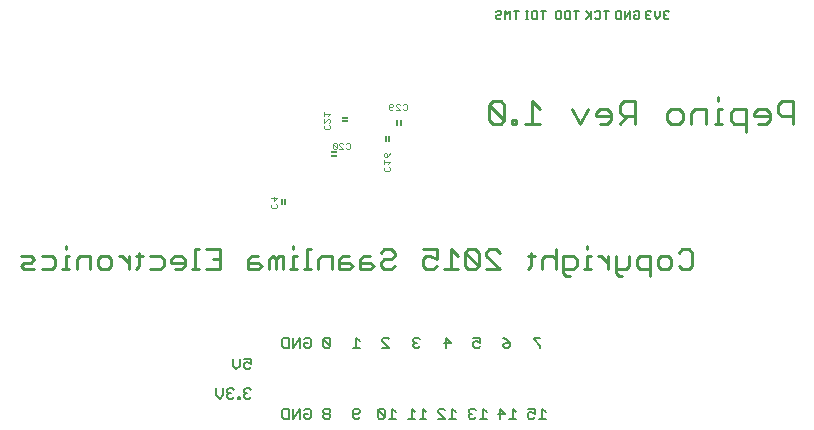
<source format=gbo>
G75*
G70*
%OFA0B0*%
%FSLAX24Y24*%
%IPPOS*%
%LPD*%
%AMOC8*
5,1,8,0,0,1.08239X$1,22.5*
%
%ADD10C,0.0050*%
%ADD11C,0.0090*%
%ADD12C,0.0040*%
%ADD13C,0.0100*%
%ADD14C,0.0060*%
%ADD15R,0.0080X0.0240*%
%ADD16R,0.0240X0.0080*%
D10*
X019788Y015503D02*
X019833Y015458D01*
X019923Y015458D01*
X019968Y015503D01*
X019923Y015593D02*
X019833Y015593D01*
X019788Y015548D01*
X019788Y015503D01*
X019923Y015593D02*
X019968Y015638D01*
X019968Y015683D01*
X019923Y015728D01*
X019833Y015728D01*
X019788Y015683D01*
X020083Y015728D02*
X020083Y015458D01*
X020263Y015458D02*
X020263Y015728D01*
X020173Y015638D01*
X020083Y015728D01*
X020377Y015728D02*
X020558Y015728D01*
X020468Y015728D02*
X020468Y015458D01*
X020780Y015458D02*
X020870Y015458D01*
X020825Y015458D02*
X020825Y015728D01*
X020870Y015728D02*
X020780Y015728D01*
X020985Y015683D02*
X021030Y015728D01*
X021165Y015728D01*
X021165Y015458D01*
X021030Y015458D01*
X020985Y015503D01*
X020985Y015683D01*
X021279Y015728D02*
X021459Y015728D01*
X021369Y015728D02*
X021369Y015458D01*
X021788Y015503D02*
X021788Y015683D01*
X021833Y015728D01*
X021923Y015728D01*
X021968Y015683D01*
X021968Y015503D01*
X021923Y015458D01*
X021833Y015458D01*
X021788Y015503D01*
X022083Y015503D02*
X022083Y015683D01*
X022128Y015728D01*
X022263Y015728D01*
X022263Y015458D01*
X022128Y015458D01*
X022083Y015503D01*
X022377Y015728D02*
X022558Y015728D01*
X022468Y015728D02*
X022468Y015458D01*
X022788Y015458D02*
X022923Y015593D01*
X022968Y015548D02*
X022788Y015728D01*
X022968Y015728D02*
X022968Y015458D01*
X023083Y015503D02*
X023128Y015458D01*
X023218Y015458D01*
X023263Y015503D01*
X023263Y015683D01*
X023218Y015728D01*
X023128Y015728D01*
X023083Y015683D01*
X023377Y015728D02*
X023558Y015728D01*
X023468Y015728D02*
X023468Y015458D01*
X023788Y015503D02*
X023788Y015683D01*
X023833Y015728D01*
X023968Y015728D01*
X023968Y015458D01*
X023833Y015458D01*
X023788Y015503D01*
X024083Y015458D02*
X024083Y015728D01*
X024263Y015728D02*
X024083Y015458D01*
X024263Y015458D02*
X024263Y015728D01*
X024377Y015683D02*
X024423Y015728D01*
X024513Y015728D01*
X024558Y015683D01*
X024558Y015503D01*
X024513Y015458D01*
X024423Y015458D01*
X024377Y015503D01*
X024377Y015593D01*
X024468Y015593D01*
X024788Y015548D02*
X024788Y015503D01*
X024833Y015458D01*
X024923Y015458D01*
X024968Y015503D01*
X025083Y015548D02*
X025083Y015728D01*
X024968Y015683D02*
X024923Y015728D01*
X024833Y015728D01*
X024788Y015683D01*
X024788Y015638D01*
X024833Y015593D01*
X024788Y015548D01*
X024833Y015593D02*
X024878Y015593D01*
X025083Y015548D02*
X025173Y015458D01*
X025263Y015548D01*
X025263Y015728D01*
X025377Y015683D02*
X025377Y015638D01*
X025423Y015593D01*
X025377Y015548D01*
X025377Y015503D01*
X025423Y015458D01*
X025513Y015458D01*
X025558Y015503D01*
X025468Y015593D02*
X025423Y015593D01*
X025377Y015683D02*
X025423Y015728D01*
X025513Y015728D01*
X025558Y015683D01*
D11*
X025990Y007783D02*
X026214Y007783D01*
X026325Y007671D01*
X026325Y007224D01*
X026214Y007112D01*
X025990Y007112D01*
X025878Y007224D01*
X025626Y007224D02*
X025626Y007447D01*
X025514Y007559D01*
X025290Y007559D01*
X025179Y007447D01*
X025179Y007224D01*
X025290Y007112D01*
X025514Y007112D01*
X025626Y007224D01*
X025878Y007671D02*
X025990Y007783D01*
X024926Y007559D02*
X024591Y007559D01*
X024479Y007447D01*
X024479Y007224D01*
X024591Y007112D01*
X024926Y007112D01*
X024926Y006889D02*
X024926Y007559D01*
X024226Y007559D02*
X024226Y007224D01*
X024114Y007112D01*
X023779Y007112D01*
X023779Y007000D02*
X023891Y006889D01*
X024003Y006889D01*
X023779Y007000D02*
X023779Y007559D01*
X023526Y007559D02*
X023526Y007112D01*
X023526Y007336D02*
X023303Y007559D01*
X023191Y007559D01*
X022943Y007559D02*
X022831Y007559D01*
X022831Y007112D01*
X022720Y007112D02*
X022943Y007112D01*
X022477Y007224D02*
X022477Y007447D01*
X022365Y007559D01*
X022030Y007559D01*
X022030Y007000D01*
X022141Y006889D01*
X022253Y006889D01*
X022365Y007112D02*
X022030Y007112D01*
X021777Y007112D02*
X021777Y007783D01*
X021665Y007559D02*
X021442Y007559D01*
X021330Y007447D01*
X021330Y007112D01*
X020965Y007224D02*
X020853Y007112D01*
X020965Y007224D02*
X020965Y007671D01*
X021077Y007559D02*
X020853Y007559D01*
X021665Y007559D02*
X021777Y007447D01*
X022365Y007112D02*
X022477Y007224D01*
X022831Y007783D02*
X022831Y007895D01*
X019911Y007671D02*
X019799Y007783D01*
X019575Y007783D01*
X019464Y007671D01*
X019464Y007559D01*
X019911Y007112D01*
X019464Y007112D01*
X019211Y007224D02*
X018764Y007671D01*
X018764Y007224D01*
X018876Y007112D01*
X019099Y007112D01*
X019211Y007224D01*
X019211Y007671D01*
X019099Y007783D01*
X018876Y007783D01*
X018764Y007671D01*
X018511Y007559D02*
X018288Y007783D01*
X018288Y007112D01*
X018511Y007112D02*
X018064Y007112D01*
X017811Y007224D02*
X017700Y007112D01*
X017476Y007112D01*
X017364Y007224D01*
X017364Y007447D01*
X017476Y007559D01*
X017588Y007559D01*
X017811Y007447D01*
X017811Y007783D01*
X017364Y007783D01*
X016412Y007671D02*
X016412Y007559D01*
X016300Y007447D01*
X016076Y007447D01*
X015965Y007336D01*
X015965Y007224D01*
X016076Y007112D01*
X016300Y007112D01*
X016412Y007224D01*
X016412Y007671D02*
X016300Y007783D01*
X016076Y007783D01*
X015965Y007671D01*
X015600Y007559D02*
X015377Y007559D01*
X015265Y007447D01*
X015265Y007112D01*
X015600Y007112D01*
X015712Y007224D01*
X015600Y007336D01*
X015265Y007336D01*
X015012Y007224D02*
X014900Y007336D01*
X014565Y007336D01*
X014565Y007447D02*
X014565Y007112D01*
X014900Y007112D01*
X015012Y007224D01*
X014677Y007559D02*
X014565Y007447D01*
X014677Y007559D02*
X014900Y007559D01*
X014312Y007559D02*
X014312Y007112D01*
X013865Y007112D02*
X013865Y007447D01*
X013977Y007559D01*
X014312Y007559D01*
X013612Y007783D02*
X013501Y007783D01*
X013501Y007112D01*
X013612Y007112D02*
X013389Y007112D01*
X013146Y007112D02*
X012922Y007112D01*
X013034Y007112D02*
X013034Y007559D01*
X013146Y007559D01*
X013034Y007783D02*
X013034Y007895D01*
X012679Y007559D02*
X012568Y007559D01*
X012456Y007447D01*
X012344Y007559D01*
X012232Y007447D01*
X012232Y007112D01*
X012456Y007112D02*
X012456Y007447D01*
X012679Y007559D02*
X012679Y007112D01*
X011980Y007224D02*
X011868Y007336D01*
X011533Y007336D01*
X011533Y007447D02*
X011533Y007112D01*
X011868Y007112D01*
X011980Y007224D01*
X011868Y007559D02*
X011644Y007559D01*
X011533Y007447D01*
X010580Y007447D02*
X010357Y007447D01*
X010580Y007112D02*
X010133Y007112D01*
X009880Y007112D02*
X009657Y007112D01*
X009768Y007112D02*
X009768Y007783D01*
X009880Y007783D01*
X010133Y007783D02*
X010580Y007783D01*
X010580Y007112D01*
X009414Y007224D02*
X009414Y007447D01*
X009302Y007559D01*
X009078Y007559D01*
X008967Y007447D01*
X008967Y007336D01*
X009414Y007336D01*
X009414Y007224D02*
X009302Y007112D01*
X009078Y007112D01*
X008714Y007224D02*
X008714Y007447D01*
X008602Y007559D01*
X008267Y007559D01*
X008014Y007559D02*
X007791Y007559D01*
X007902Y007671D02*
X007902Y007224D01*
X007791Y007112D01*
X007548Y007112D02*
X007548Y007559D01*
X007548Y007336D02*
X007324Y007559D01*
X007212Y007559D01*
X006964Y007447D02*
X006964Y007224D01*
X006853Y007112D01*
X006629Y007112D01*
X006517Y007224D01*
X006517Y007447D01*
X006629Y007559D01*
X006853Y007559D01*
X006964Y007447D01*
X006265Y007559D02*
X006265Y007112D01*
X005818Y007112D02*
X005818Y007447D01*
X005929Y007559D01*
X006265Y007559D01*
X005565Y007559D02*
X005453Y007559D01*
X005453Y007112D01*
X005565Y007112D02*
X005341Y007112D01*
X005098Y007224D02*
X005098Y007447D01*
X004987Y007559D01*
X004651Y007559D01*
X004398Y007447D02*
X004287Y007336D01*
X004063Y007336D01*
X003951Y007224D01*
X004063Y007112D01*
X004398Y007112D01*
X004651Y007112D02*
X004987Y007112D01*
X005098Y007224D01*
X004398Y007447D02*
X004287Y007559D01*
X003951Y007559D01*
X005453Y007783D02*
X005453Y007895D01*
X008267Y007112D02*
X008602Y007112D01*
X008714Y007224D01*
D12*
X012292Y009198D02*
X012292Y009265D01*
X012326Y009298D01*
X012292Y009198D02*
X012326Y009165D01*
X012459Y009165D01*
X012492Y009198D01*
X012492Y009265D01*
X012459Y009298D01*
X012392Y009386D02*
X012392Y009519D01*
X012292Y009486D02*
X012492Y009486D01*
X012392Y009386D01*
X014351Y011172D02*
X014385Y011139D01*
X014451Y011139D01*
X014485Y011172D01*
X014351Y011305D01*
X014351Y011172D01*
X014351Y011305D02*
X014385Y011339D01*
X014451Y011339D01*
X014485Y011305D01*
X014485Y011172D01*
X014572Y011139D02*
X014706Y011139D01*
X014572Y011272D01*
X014572Y011305D01*
X014606Y011339D01*
X014672Y011339D01*
X014706Y011305D01*
X014793Y011305D02*
X014827Y011339D01*
X014893Y011339D01*
X014927Y011305D01*
X014927Y011172D01*
X014893Y011139D01*
X014827Y011139D01*
X014793Y011172D01*
X014231Y011779D02*
X014097Y011779D01*
X014064Y011812D01*
X014064Y011879D01*
X014097Y011912D01*
X014064Y012000D02*
X014197Y012133D01*
X014231Y012133D01*
X014264Y012100D01*
X014264Y012033D01*
X014231Y012000D01*
X014231Y011912D02*
X014264Y011879D01*
X014264Y011812D01*
X014231Y011779D01*
X014064Y012000D02*
X014064Y012133D01*
X014064Y012221D02*
X014064Y012354D01*
X014064Y012287D02*
X014264Y012287D01*
X014197Y012221D01*
X016241Y012471D02*
X016241Y012605D01*
X016275Y012638D01*
X016341Y012638D01*
X016375Y012605D01*
X016375Y012571D01*
X016341Y012538D01*
X016241Y012538D01*
X016241Y012471D02*
X016275Y012438D01*
X016341Y012438D01*
X016375Y012471D01*
X016462Y012438D02*
X016596Y012438D01*
X016462Y012571D01*
X016462Y012605D01*
X016496Y012638D01*
X016562Y012638D01*
X016596Y012605D01*
X016683Y012605D02*
X016717Y012638D01*
X016783Y012638D01*
X016817Y012605D01*
X016817Y012471D01*
X016783Y012438D01*
X016717Y012438D01*
X016683Y012471D01*
X016272Y010976D02*
X016239Y010909D01*
X016172Y010843D01*
X016172Y010943D01*
X016138Y010976D01*
X016105Y010976D01*
X016072Y010943D01*
X016072Y010876D01*
X016105Y010843D01*
X016172Y010843D01*
X016072Y010755D02*
X016072Y010622D01*
X016072Y010688D02*
X016272Y010688D01*
X016205Y010622D01*
X016239Y010534D02*
X016272Y010501D01*
X016272Y010434D01*
X016239Y010401D01*
X016105Y010401D01*
X016072Y010434D01*
X016072Y010501D01*
X016105Y010534D01*
D13*
X019565Y012086D02*
X019691Y011960D01*
X019945Y011960D01*
X020072Y012086D01*
X019565Y012594D01*
X019565Y012086D01*
X020072Y012086D02*
X020072Y012594D01*
X019945Y012720D01*
X019691Y012720D01*
X019565Y012594D01*
X020341Y012086D02*
X020341Y011960D01*
X020468Y011960D01*
X020468Y012086D01*
X020341Y012086D01*
X020753Y011960D02*
X021260Y011960D01*
X021006Y011960D02*
X021006Y012720D01*
X021260Y012467D01*
X022336Y012467D02*
X022590Y011960D01*
X022843Y012467D01*
X023128Y012340D02*
X023128Y012213D01*
X023635Y012213D01*
X023635Y012086D02*
X023635Y012340D01*
X023508Y012467D01*
X023255Y012467D01*
X023128Y012340D01*
X023255Y011960D02*
X023508Y011960D01*
X023635Y012086D01*
X023920Y011960D02*
X024174Y012213D01*
X024047Y012213D02*
X024427Y012213D01*
X024427Y011960D02*
X024427Y012720D01*
X024047Y012720D01*
X023920Y012594D01*
X023920Y012340D01*
X024047Y012213D01*
X025504Y012086D02*
X025504Y012340D01*
X025631Y012467D01*
X025884Y012467D01*
X026011Y012340D01*
X026011Y012086D01*
X025884Y011960D01*
X025631Y011960D01*
X025504Y012086D01*
X026296Y011960D02*
X026296Y012340D01*
X026422Y012467D01*
X026803Y012467D01*
X026803Y011960D01*
X027077Y011960D02*
X027331Y011960D01*
X027204Y011960D02*
X027204Y012467D01*
X027331Y012467D01*
X027204Y012720D02*
X027204Y012847D01*
X027615Y012340D02*
X027742Y012467D01*
X028123Y012467D01*
X028123Y011706D01*
X028123Y011960D02*
X027742Y011960D01*
X027615Y012086D01*
X027615Y012340D01*
X028407Y012340D02*
X028407Y012213D01*
X028914Y012213D01*
X028914Y012086D02*
X028914Y012340D01*
X028788Y012467D01*
X028534Y012467D01*
X028407Y012340D01*
X028534Y011960D02*
X028788Y011960D01*
X028914Y012086D01*
X029199Y012340D02*
X029326Y012213D01*
X029706Y012213D01*
X029706Y011960D02*
X029706Y012720D01*
X029326Y012720D01*
X029199Y012594D01*
X029199Y012340D01*
D14*
X010582Y002806D02*
X010468Y002919D01*
X010468Y003146D01*
X010695Y003146D02*
X010695Y002919D01*
X010582Y002806D01*
X010837Y002863D02*
X010893Y002806D01*
X011007Y002806D01*
X011064Y002863D01*
X011191Y002863D02*
X011191Y002806D01*
X011248Y002806D01*
X011248Y002863D01*
X011191Y002863D01*
X011389Y002863D02*
X011446Y002806D01*
X011559Y002806D01*
X011616Y002863D01*
X011503Y002976D02*
X011446Y002976D01*
X011389Y002919D01*
X011389Y002863D01*
X011446Y002976D02*
X011389Y003033D01*
X011389Y003089D01*
X011446Y003146D01*
X011559Y003146D01*
X011616Y003089D01*
X011064Y003089D02*
X011007Y003146D01*
X010893Y003146D01*
X010837Y003089D01*
X010837Y003033D01*
X010893Y002976D01*
X010837Y002919D01*
X010837Y002863D01*
X010893Y002976D02*
X010950Y002976D01*
X011134Y003790D02*
X011021Y003904D01*
X011021Y004130D01*
X011248Y004130D02*
X011248Y003904D01*
X011134Y003790D01*
X011389Y003847D02*
X011389Y003960D01*
X011446Y004017D01*
X011503Y004017D01*
X011616Y003960D01*
X011616Y004130D01*
X011389Y004130D01*
X011389Y003847D02*
X011446Y003790D01*
X011559Y003790D01*
X011616Y003847D01*
X012663Y004549D02*
X012663Y004776D01*
X012720Y004833D01*
X012890Y004833D01*
X012890Y004492D01*
X012720Y004492D01*
X012663Y004549D01*
X013031Y004492D02*
X013031Y004833D01*
X013258Y004833D02*
X013031Y004492D01*
X013258Y004492D02*
X013258Y004833D01*
X013400Y004776D02*
X013456Y004833D01*
X013570Y004833D01*
X013627Y004776D01*
X013627Y004549D01*
X013570Y004492D01*
X013456Y004492D01*
X013400Y004549D01*
X013400Y004663D01*
X013513Y004663D01*
X014041Y004776D02*
X014268Y004549D01*
X014211Y004492D01*
X014098Y004492D01*
X014041Y004549D01*
X014041Y004776D01*
X014098Y004833D01*
X014211Y004833D01*
X014268Y004776D01*
X014268Y004549D01*
X015025Y004492D02*
X015252Y004492D01*
X015139Y004492D02*
X015139Y004833D01*
X015252Y004719D01*
X016009Y004719D02*
X016236Y004492D01*
X016009Y004492D01*
X016009Y004719D02*
X016009Y004776D01*
X016066Y004833D01*
X016180Y004833D01*
X016236Y004776D01*
X017033Y004776D02*
X017033Y004719D01*
X017090Y004663D01*
X017033Y004606D01*
X017033Y004549D01*
X017090Y004492D01*
X017203Y004492D01*
X017260Y004549D01*
X017147Y004663D02*
X017090Y004663D01*
X017033Y004776D02*
X017090Y004833D01*
X017203Y004833D01*
X017260Y004776D01*
X018057Y004663D02*
X018284Y004663D01*
X018113Y004833D01*
X018113Y004492D01*
X019041Y004549D02*
X019098Y004492D01*
X019211Y004492D01*
X019268Y004549D01*
X019268Y004663D02*
X019154Y004719D01*
X019098Y004719D01*
X019041Y004663D01*
X019041Y004549D01*
X019268Y004663D02*
X019268Y004833D01*
X019041Y004833D01*
X020025Y004833D02*
X020139Y004776D01*
X020252Y004663D01*
X020082Y004663D01*
X020025Y004606D01*
X020025Y004549D01*
X020082Y004492D01*
X020195Y004492D01*
X020252Y004549D01*
X020252Y004663D01*
X021049Y004776D02*
X021276Y004549D01*
X021276Y004492D01*
X021276Y004833D02*
X021049Y004833D01*
X021049Y004776D01*
X021079Y002471D02*
X021079Y002300D01*
X020965Y002357D01*
X020909Y002357D01*
X020852Y002300D01*
X020852Y002187D01*
X020909Y002130D01*
X021022Y002130D01*
X021079Y002187D01*
X021220Y002130D02*
X021447Y002130D01*
X021334Y002130D02*
X021334Y002471D01*
X021447Y002357D01*
X021079Y002471D02*
X020852Y002471D01*
X020463Y002357D02*
X020349Y002471D01*
X020349Y002130D01*
X020236Y002130D02*
X020463Y002130D01*
X020095Y002300D02*
X019924Y002471D01*
X019924Y002130D01*
X019868Y002300D02*
X020095Y002300D01*
X019479Y002357D02*
X019365Y002471D01*
X019365Y002130D01*
X019252Y002130D02*
X019479Y002130D01*
X019110Y002187D02*
X019054Y002130D01*
X018940Y002130D01*
X018884Y002187D01*
X018884Y002244D01*
X018940Y002300D01*
X018997Y002300D01*
X018940Y002300D02*
X018884Y002357D01*
X018884Y002414D01*
X018940Y002471D01*
X019054Y002471D01*
X019110Y002414D01*
X018455Y002357D02*
X018342Y002471D01*
X018342Y002130D01*
X018455Y002130D02*
X018228Y002130D01*
X018087Y002130D02*
X017860Y002357D01*
X017860Y002414D01*
X017917Y002471D01*
X018030Y002471D01*
X018087Y002414D01*
X018087Y002130D02*
X017860Y002130D01*
X017471Y002130D02*
X017244Y002130D01*
X017357Y002130D02*
X017357Y002471D01*
X017471Y002357D01*
X017102Y002357D02*
X016989Y002471D01*
X016989Y002130D01*
X017102Y002130D02*
X016876Y002130D01*
X016447Y002130D02*
X016220Y002130D01*
X016334Y002130D02*
X016334Y002471D01*
X016447Y002357D01*
X016079Y002414D02*
X016079Y002187D01*
X015852Y002414D01*
X015852Y002187D01*
X015909Y002130D01*
X016022Y002130D01*
X016079Y002187D01*
X016079Y002414D02*
X016022Y002471D01*
X015909Y002471D01*
X015852Y002414D01*
X015252Y002414D02*
X015252Y002357D01*
X015195Y002300D01*
X015025Y002300D01*
X015025Y002187D02*
X015025Y002414D01*
X015082Y002471D01*
X015195Y002471D01*
X015252Y002414D01*
X015252Y002187D02*
X015195Y002130D01*
X015082Y002130D01*
X015025Y002187D01*
X014268Y002187D02*
X014268Y002244D01*
X014211Y002300D01*
X014098Y002300D01*
X014041Y002244D01*
X014041Y002187D01*
X014098Y002130D01*
X014211Y002130D01*
X014268Y002187D01*
X014211Y002300D02*
X014268Y002357D01*
X014268Y002414D01*
X014211Y002471D01*
X014098Y002471D01*
X014041Y002414D01*
X014041Y002357D01*
X014098Y002300D01*
X013627Y002414D02*
X013627Y002187D01*
X013570Y002130D01*
X013456Y002130D01*
X013400Y002187D01*
X013400Y002300D01*
X013513Y002300D01*
X013400Y002414D02*
X013456Y002471D01*
X013570Y002471D01*
X013627Y002414D01*
X013258Y002471D02*
X013258Y002130D01*
X013031Y002130D02*
X013031Y002471D01*
X012890Y002471D02*
X012720Y002471D01*
X012663Y002414D01*
X012663Y002187D01*
X012720Y002130D01*
X012890Y002130D01*
X012890Y002471D01*
X013258Y002471D02*
X013031Y002130D01*
D15*
X012767Y009351D03*
X012651Y009351D03*
X016115Y011447D03*
X016232Y011447D03*
X016509Y011988D03*
X016626Y011988D03*
D16*
X014756Y012048D03*
X014756Y012165D03*
X014402Y011023D03*
X014402Y010906D03*
M02*

</source>
